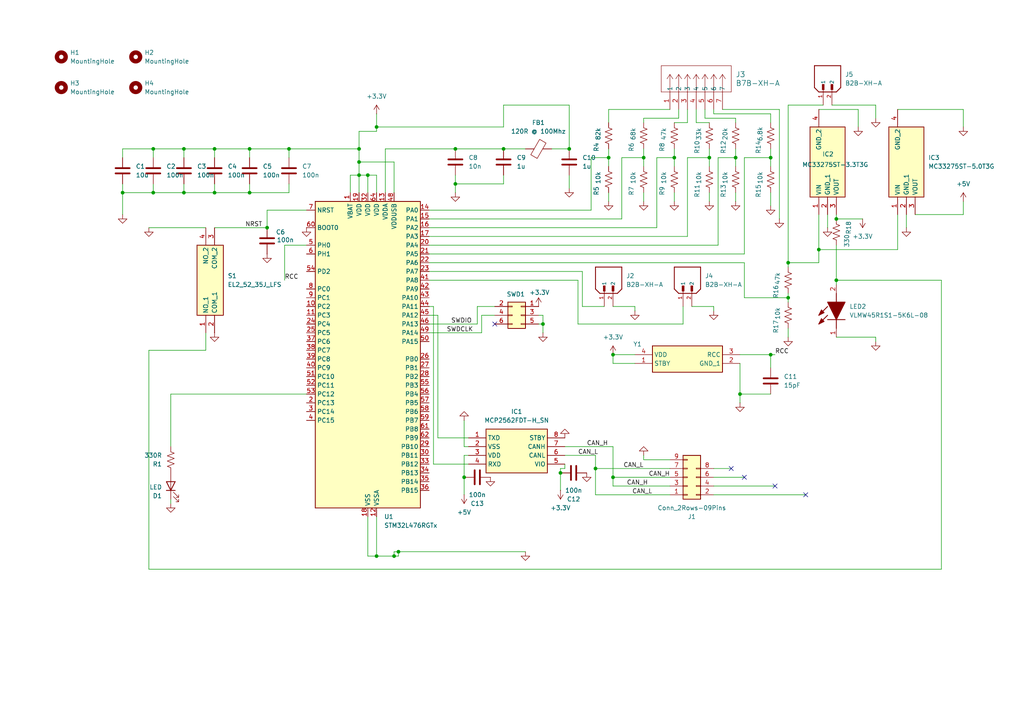
<source format=kicad_sch>
(kicad_sch (version 20231120) (generator "eeschema") (generator_version "8.0")
  (paper "A4")
  (lib_symbols
    (symbol "2025-01-13_21-25-43:B7B-XH-A" (pin_names (offset 0.254))
      (property "Reference" "J" (at 8.89 6.35 0))
      (property "Value" "B7B-XH-A" (at 0 0 0))
      (symbol "B7B-XH-A_1_1"
        (pin unspecified line (at 0 0 0) (length 5.08) (name "1") (number "1"))
        (pin unspecified line (at 0 -2.54 0) (length 5.08) (name "2") (number "2"))
        (pin unspecified line (at 0 -5.08 0) (length 5.08) (name "3") (number "3"))
        (pin unspecified line (at 0 -7.62 0) (length 5.08) (name "4") (number "4"))
        (pin unspecified line (at 0 -10.16 0) (length 5.08) (name "5") (number "5"))
        (pin unspecified line (at 0 -12.7 0) (length 5.08) (name "6") (number "6"))
        (pin unspecified line (at 0 -15.24 0) (length 5.08) (name "7") (number "7"))
      )
      (symbol "B7B-XH-A_1_2"
        (pin unspecified line (at 0 0 0) (length 5.08) (name "1") (number "1"))
        (pin unspecified line (at 0 -2.54 0) (length 5.08) (name "2") (number "2"))
        (pin unspecified line (at 0 -5.08 0) (length 5.08) (name "3") (number "3"))
        (pin unspecified line (at 0 -7.62 0) (length 5.08) (name "4") (number "4"))
        (pin unspecified line (at 0 -10.16 0) (length 5.08) (name "5") (number "5"))
        (pin unspecified line (at 0 -12.7 0) (length 5.08) (name "6") (number "6"))
        (pin unspecified line (at 0 -15.24 0) (length 5.08) (name "7") (number "7"))
      )
    )
    (symbol "B2B-XH-A:B2B-XH-A" (pin_names (offset 1.016))
      (property "Reference" "J" (at -2.54 6.35 0))
      (property "Value" "B2B-XH-A" (at -2.54 -5.08 0))
      (symbol "B2B-XH-A_0_0"
        (pin passive line (at -7.62 2.54 0) (length 5.08) (name "1") (number "1"))
        (pin passive line (at -7.62 0 0) (length 5.08) (name "2") (number "2"))
      )
    )
    (symbol "Connector_Generic:Conn_02x03_Odd_Even" (pin_names (offset 1.016) hide)
      (property "Reference" "J" (at 1.27 5.08 0))
      (property "Value" "Conn_02x03_Odd_Even" (at 1.27 -5.08 0))
      (symbol "Conn_02x03_Odd_Even_1_1"
        (pin passive line (at -5.08 2.54 0) (length 3.81) (name "Pin_1") (number "1"))
        (pin passive line (at 7.62 2.54 180) (length 3.81) (name "Pin_2") (number "2"))
        (pin passive line (at -5.08 0 0) (length 3.81) (name "Pin_3") (number "3"))
        (pin passive line (at 7.62 0 180) (length 3.81) (name "Pin_4") (number "4"))
        (pin passive line (at -5.08 -2.54 0) (length 3.81) (name "Pin_5") (number "5"))
        (pin passive line (at 7.62 -2.54 180) (length 3.81) (name "Pin_6") (number "6"))
      )
    )
    (symbol "Connector_Generic:Conn_2Rows-09Pins" (pin_names (offset 1.016) hide)
      (property "Reference" "J" (at 1.27 7.62 0))
      (property "Value" "Conn_2Rows-09Pins" (at 1.27 -7.62 0))
      (symbol "Conn_2Rows-09Pins_1_1"
        (pin passive line (at -5.08 5.08 0) (length 3.81) (name "Pin_1") (number "1"))
        (pin passive line (at 7.62 5.08 180) (length 3.81) (name "Pin_2") (number "2"))
        (pin passive line (at -5.08 2.54 0) (length 3.81) (name "Pin_3") (number "3"))
        (pin passive line (at 7.62 2.54 180) (length 3.81) (name "Pin_4") (number "4"))
        (pin passive line (at -5.08 0 0) (length 3.81) (name "Pin_5") (number "5"))
        (pin passive line (at 7.62 0 180) (length 3.81) (name "Pin_6") (number "6"))
        (pin passive line (at -5.08 -2.54 0) (length 3.81) (name "Pin_7") (number "7"))
        (pin passive line (at 7.62 -2.54 180) (length 3.81) (name "Pin_8") (number "8"))
        (pin passive line (at -5.08 -5.08 0) (length 3.81) (name "Pin_9") (number "9"))
      )
    )
    (symbol "Device:C" (pin_numbers hide) (pin_names (offset 0.254))
      (property "Reference" "C" (at 0.635 2.54 0))
      (property "Value" "C" (at 0.635 -2.54 0))
      (symbol "C_1_1"
        (pin passive line (at 0 3.81 270) (length 2.794) (name "~") (number "1"))
        (pin passive line (at 0 -3.81 90) (length 2.794) (name "~") (number "2"))
      )
    )
    (symbol "Device:FerriteBead" (pin_numbers hide) (pin_names (offset 0))
      (property "Reference" "FB" (at -3.81 0.635 90))
      (property "Value" "FerriteBead" (at 3.81 0 90))
      (symbol "FerriteBead_1_1"
        (pin passive line (at 0 3.81 270) (length 2.54) (name "~") (number "1"))
        (pin passive line (at 0 -3.81 90) (length 2.54) (name "~") (number "2"))
      )
    )
    (symbol "Device:LED" (pin_numbers hide) (pin_names (offset 1.016) hide)
      (property "Reference" "D" (at 0 2.54 0))
      (property "Value" "LED" (at 0 -2.54 0))
      (symbol "LED_1_1"
        (pin passive line (at -3.81 0 0) (length 2.54) (name "K") (number "1"))
        (pin passive line (at 3.81 0 180) (length 2.54) (name "A") (number "2"))
      )
    )
    (symbol "Device:R_US" (pin_numbers hide) (pin_names (offset 0))
      (property "Reference" "R" (at 2.54 0 90))
      (property "Value" "R_US" (at -2.54 0 90))
      (symbol "R_US_1_1"
        (pin passive line (at 0 3.81 270) (length 1.27) (name "~") (number "1"))
        (pin passive line (at 0 -3.81 90) (length 1.27) (name "~") (number "2"))
      )
    )
    (symbol "MCU_ST_STM32L4:STM32L476RGTx"
      (property "Reference" "U" (at -15.24 46.99 0))
      (property "Value" "STM32L476RGTx" (at 10.16 46.99 0))
      (symbol "STM32L476RGTx_1_1"
        (pin power_in line (at -5.08 48.26 270) (length 2.54) (name "VBAT") (number "1"))
        (pin bidirectional line (at -17.78 15.24 0) (length 2.54) (name "PC2") (number "10"))
        (pin bidirectional line (at -17.78 12.7 0) (length 2.54) (name "PC3") (number "11"))
        (pin power_in line (at 2.54 -45.72 90) (length 2.54) (name "VSSA") (number "12"))
        (pin power_in line (at 5.08 48.26 270) (length 2.54) (name "VDDA") (number "13"))
        (pin bidirectional line (at 17.78 43.18 180) (length 2.54) (name "PA0") (number "14"))
        (pin bidirectional line (at 17.78 40.64 180) (length 2.54) (name "PA1") (number "15"))
        (pin bidirectional line (at 17.78 38.1 180) (length 2.54) (name "PA2") (number "16"))
        (pin bidirectional line (at 17.78 35.56 180) (length 2.54) (name "PA3") (number "17"))
        (pin power_in line (at 0 -45.72 90) (length 2.54) (name "VSS") (number "18"))
        (pin power_in line (at -2.54 48.26 270) (length 2.54) (name "VDD") (number "19"))
        (pin bidirectional line (at -17.78 -12.7 0) (length 2.54) (name "PC13") (number "2"))
        (pin bidirectional line (at 17.78 33.02 180) (length 2.54) (name "PA4") (number "20"))
        (pin bidirectional line (at 17.78 30.48 180) (length 2.54) (name "PA5") (number "21"))
        (pin bidirectional line (at 17.78 27.94 180) (length 2.54) (name "PA6") (number "22"))
        (pin bidirectional line (at 17.78 25.4 180) (length 2.54) (name "PA7") (number "23"))
        (pin bidirectional line (at -17.78 10.16 0) (length 2.54) (name "PC4") (number "24"))
        (pin bidirectional line (at -17.78 7.62 0) (length 2.54) (name "PC5") (number "25"))
        (pin bidirectional line (at 17.78 0 180) (length 2.54) (name "PB0") (number "26"))
        (pin bidirectional line (at 17.78 -2.54 180) (length 2.54) (name "PB1") (number "27"))
        (pin bidirectional line (at 17.78 -5.08 180) (length 2.54) (name "PB2") (number "28"))
        (pin bidirectional line (at 17.78 -25.4 180) (length 2.54) (name "PB10") (number "29"))
        (pin bidirectional line (at -17.78 -15.24 0) (length 2.54) (name "PC14") (number "3"))
        (pin bidirectional line (at 17.78 -27.94 180) (length 2.54) (name "PB11") (number "30"))
        (pin passive line (at 0 -45.72 90) (length 2.54) hide (name "VSS") (number "31"))
        (pin power_in line (at 0 48.26 270) (length 2.54) (name "VDD") (number "32"))
        (pin bidirectional line (at 17.78 -30.48 180) (length 2.54) (name "PB12") (number "33"))
        (pin bidirectional line (at 17.78 -33.02 180) (length 2.54) (name "PB13") (number "34"))
        (pin bidirectional line (at 17.78 -35.56 180) (length 2.54) (name "PB14") (number "35"))
        (pin bidirectional line (at 17.78 -38.1 180) (length 2.54) (name "PB15") (number "36"))
        (pin bidirectional line (at -17.78 5.08 0) (length 2.54) (name "PC6") (number "37"))
        (pin bidirectional line (at -17.78 2.54 0) (length 2.54) (name "PC7") (number "38"))
        (pin bidirectional line (at -17.78 0 0) (length 2.54) (name "PC8") (number "39"))
        (pin bidirectional line (at -17.78 -17.78 0) (length 2.54) (name "PC15") (number "4"))
        (pin bidirectional line (at -17.78 -2.54 0) (length 2.54) (name "PC9") (number "40"))
        (pin bidirectional line (at 17.78 22.86 180) (length 2.54) (name "PA8") (number "41"))
        (pin bidirectional line (at 17.78 20.32 180) (length 2.54) (name "PA9") (number "42"))
        (pin bidirectional line (at 17.78 17.78 180) (length 2.54) (name "PA10") (number "43"))
        (pin bidirectional line (at 17.78 15.24 180) (length 2.54) (name "PA11") (number "44"))
        (pin bidirectional line (at 17.78 12.7 180) (length 2.54) (name "PA12") (number "45"))
        (pin bidirectional line (at 17.78 10.16 180) (length 2.54) (name "PA13") (number "46"))
        (pin passive line (at 0 -45.72 90) (length 2.54) hide (name "VSS") (number "47"))
        (pin power_in line (at 7.62 48.26 270) (length 2.54) (name "VDDUSB") (number "48"))
        (pin bidirectional line (at 17.78 7.62 180) (length 2.54) (name "PA14") (number "49"))
        (pin bidirectional line (at -17.78 33.02 0) (length 2.54) (name "PH0") (number "5"))
        (pin bidirectional line (at 17.78 5.08 180) (length 2.54) (name "PA15") (number "50"))
        (pin bidirectional line (at -17.78 -5.08 0) (length 2.54) (name "PC10") (number "51"))
        (pin bidirectional line (at -17.78 -7.62 0) (length 2.54) (name "PC11") (number "52"))
        (pin bidirectional line (at -17.78 -10.16 0) (length 2.54) (name "PC12") (number "53"))
        (pin bidirectional line (at -17.78 25.4 0) (length 2.54) (name "PD2") (number "54"))
        (pin bidirectional line (at 17.78 -7.62 180) (length 2.54) (name "PB3") (number "55"))
        (pin bidirectional line (at 17.78 -10.16 180) (length 2.54) (name "PB4") (number "56"))
        (pin bidirectional line (at 17.78 -12.7 180) (length 2.54) (name "PB5") (number "57"))
        (pin bidirectional line (at 17.78 -15.24 180) (length 2.54) (name "PB6") (number "58"))
        (pin bidirectional line (at 17.78 -17.78 180) (length 2.54) (name "PB7") (number "59"))
        (pin bidirectional line (at -17.78 30.48 0) (length 2.54) (name "PH1") (number "6"))
        (pin input line (at -17.78 38.1 0) (length 2.54) (name "BOOT0") (number "60"))
        (pin bidirectional line (at 17.78 -20.32 180) (length 2.54) (name "PB8") (number "61"))
        (pin bidirectional line (at 17.78 -22.86 180) (length 2.54) (name "PB9") (number "62"))
        (pin passive line (at 0 -45.72 90) (length 2.54) hide (name "VSS") (number "63"))
        (pin power_in line (at 2.54 48.26 270) (length 2.54) (name "VDD") (number "64"))
        (pin input line (at -17.78 43.18 0) (length 2.54) (name "NRST") (number "7"))
        (pin bidirectional line (at -17.78 20.32 0) (length 2.54) (name "PC0") (number "8"))
        (pin bidirectional line (at -17.78 17.78 0) (length 2.54) (name "PC1") (number "9"))
      )
    )
    (symbol "Mechanical:MountingHole" (pin_names (offset 1.016)) (exclude_from_sim yes) (in_bom no)
      (property "Reference" "H" (at 0 5.08 0))
      (property "Value" "MountingHole" (at 0 3.175 0))
    )
    (symbol "SamacSys_Parts:ABM11-16.000MHz-D2X-T"
      (property "Reference" "Y1" (at 15.24 7.62 0))
      (symbol "ABM11-16.000MHz-D2X-T_1_1"
        (pin passive line (at 0 -2.54 0) (length 5.08) (name "STBY") (number "1"))
        (pin passive line (at 30.48 -2.54 180) (length 5.08) (name "GND_1") (number "2"))
        (pin passive line (at 30.48 0 180) (length 5.08) (name "RCC") (number "3"))
        (pin passive line (at 0 0 0) (length 5.08) (name "VDD") (number "4"))
      )
    )
    (symbol "SamacSys_Parts:EL2_52_35J_LFS"
      (property "Reference" "S" (at 26.67 7.62 0))
      (property "Value" "EL2_52_35J_LFS" (at 26.67 5.08 0))
      (symbol "EL2_52_35J_LFS_1_1"
        (pin passive line (at 0 0 0) (length 5.08) (name "NO_1") (number "1"))
        (pin passive line (at 0 -2.54 0) (length 5.08) (name "COM_1") (number "2"))
        (pin passive line (at 30.48 -2.54 180) (length 5.08) (name "COM_2") (number "3"))
        (pin passive line (at 30.48 0 180) (length 5.08) (name "NO_2") (number "4"))
      )
    )
    (symbol "SamacSys_Parts:MC33275ST-3.3T3G"
      (property "Reference" "IC" (at 26.67 7.62 0))
      (property "Value" "MC33275ST-3.3T3G" (at 26.67 5.08 0))
      (symbol "MC33275ST-3.3T3G_1_1"
        (pin passive line (at 0 0 0) (length 5.08) (name "VIN") (number "1"))
        (pin passive line (at 0 -2.54 0) (length 5.08) (name "GND_1") (number "2"))
        (pin passive line (at 0 -5.08 0) (length 5.08) (name "VOUT") (number "3"))
        (pin passive line (at 30.48 0 180) (length 5.08) (name "GND_2") (number "4"))
      )
    )
    (symbol "SamacSys_Parts:MC33275ST-5.0T3G"
      (property "Reference" "IC" (at 26.67 7.62 0))
      (property "Value" "MC33275ST-5.0T3G" (at 26.67 5.08 0))
      (symbol "MC33275ST-5.0T3G_1_1"
        (pin passive line (at 0 0 0) (length 5.08) (name "VIN") (number "1"))
        (pin passive line (at 0 -2.54 0) (length 5.08) (name "GND_1") (number "2"))
        (pin passive line (at 0 -5.08 0) (length 5.08) (name "VOUT") (number "3"))
        (pin passive line (at 30.48 0 180) (length 5.08) (name "GND_2") (number "4"))
      )
    )
    (symbol "SamacSys_Parts:MCP2562FDT-H_SN"
      (property "Reference" "IC" (at 24.13 7.62 0))
      (property "Value" "MCP2562FDT-H_SN" (at 24.13 5.08 0))
      (symbol "MCP2562FDT-H_SN_1_1"
        (pin passive line (at 0 0 0) (length 5.08) (name "TXD") (number "1"))
        (pin passive line (at 0 -2.54 0) (length 5.08) (name "VSS") (number "2"))
        (pin passive line (at 0 -5.08 0) (length 5.08) (name "VDD") (number "3"))
        (pin passive line (at 0 -7.62 0) (length 5.08) (name "RXD") (number "4"))
        (pin passive line (at 27.94 -7.62 180) (length 5.08) (name "VIO") (number "5"))
        (pin passive line (at 27.94 -5.08 180) (length 5.08) (name "CANL") (number "6"))
        (pin passive line (at 27.94 -2.54 180) (length 5.08) (name "CANH") (number "7"))
        (pin passive line (at 27.94 0 180) (length 5.08) (name "STBY") (number "8"))
      )
    )
    (symbol "SamacSys_Parts:VLMW45R1S1-5K6L-08" (pin_names hide)
      (property "Reference" "LED" (at 12.7 8.89 0))
      (property "Value" "VLMW45R1S1-5K6L-08" (at 12.7 6.35 0))
      (symbol "VLMW45R1S1-5K6L-08_1_1"
        (pin passive line (at 0 0 0) (length 2.54) (name "K") (number "1"))
        (pin passive line (at 15.24 0 180) (length 2.54) (name "A") (number "2"))
      )
    )
    (symbol "VCC_1" (power) (pin_numbers hide) (pin_names (offset 0) hide)
      (property "Value" "VCC" (at 0 3.556 0))
      (symbol "VCC_1_1_1"
        (pin power_in line (at 0 0 90) (length 0) (name "~") (number "1"))
      )
    )
    (symbol "power:+3.3V" (power) (pin_numbers hide) (pin_names (offset 0) hide)
      (property "Value" "+3.3V" (at 0 3.556 0))
      (symbol "+3.3V_1_1"
        (pin power_in line (at 0 0 90) (length 0) (name "~") (number "1"))
      )
    )
    (symbol "power:GND" (power) (pin_numbers hide) (pin_names (offset 0) hide)
      (property "Value" "GND" (at 0 -3.81 0))
      (symbol "GND_1_1"
        (pin power_in line (at 0 0 270) (length 0) (name "~") (number "1"))
      )
    )
  )
  (junction (at 72.39 55.88))
  (junction (at 109.22 161.29))
  (junction (at 132.08 53.34))
  (junction (at 165.1 43.18))
  (junction (at 146.05 43.18))
  (junction (at 172.72 135.89))
  (junction (at 114.3 161.29))
  (junction (at 77.47 66.04))
  (junction (at 134.62 138.43))
  (junction (at 44.45 55.88))
  (junction (at 35.56 55.88))
  (junction (at 214.63 114.3))
  (junction (at 223.52 102.87))
  (junction (at 44.45 43.18))
  (junction (at 104.14 43.18))
  (junction (at 177.8 102.87))
  (junction (at 186.69 45.72))
  (junction (at 62.23 43.18))
  (junction (at 62.23 55.88))
  (junction (at 237.49 72.39))
  (junction (at 213.36 45.72))
  (junction (at 83.82 43.18))
  (junction (at 132.08 43.18))
  (junction (at 176.53 45.72))
  (junction (at 242.57 81.28))
  (junction (at 109.22 36.83))
  (junction (at 205.74 45.72))
  (junction (at 228.6 76.2))
  (junction (at 104.14 50.8))
  (junction (at 195.58 45.72))
  (junction (at 106.68 50.8))
  (junction (at 177.8 138.43))
  (junction (at 53.34 55.88))
  (junction (at 53.34 43.18))
  (junction (at 228.6 86.36))
  (junction (at 162.56 137.16))
  (junction (at 72.39 43.18))
  (junction (at 115.57 160.02))
  (junction (at 104.14 46.99))
  (junction (at 242.57 63.5))
  (junction (at 157.48 93.98))
  (junction (at 223.52 45.72))
  (no_connect (at 224.79 140.97))
  (no_connect (at 143.51 93.98))
  (no_connect (at 215.9 138.43))
  (no_connect (at 212.09 135.89))
  (no_connect (at 233.68 143.51))
  (wire (pts (xy 125.73 88.9) (xy 125.73 134.62)))
  (wire (pts (xy 228.6 86.36) (xy 215.9 86.36)))
  (wire (pts (xy 44.45 43.18) (xy 44.45 45.72)))
  (wire (pts (xy 195.58 45.72) (xy 190.5 45.72)))
  (wire (pts (xy 215.9 45.72) (xy 215.9 73.66)))
  (wire (pts (xy 207.01 31.75) (xy 207.01 33.02)))
  (wire (pts (xy 172.72 143.51) (xy 194.31 143.51)))
  (wire (pts (xy 124.46 66.04) (xy 190.5 66.04)))
  (wire (pts (xy 180.34 45.72) (xy 180.34 63.5)))
  (wire (pts (xy 83.82 43.18) (xy 83.82 45.72)))
  (wire (pts (xy 177.8 140.97) (xy 177.8 138.43)))
  (wire (pts (xy 157.48 91.44) (xy 157.48 93.98)))
  (wire (pts (xy 260.35 31.75) (xy 279.4 31.75)))
  (wire (pts (xy 201.93 31.75) (xy 201.93 35.56)))
  (wire (pts (xy 171.45 60.96) (xy 124.46 60.96)))
  (wire (pts (xy 237.49 72.39) (xy 237.49 76.2)))
  (wire (pts (xy 177.8 138.43) (xy 177.8 129.54)))
  (wire (pts (xy 177.8 140.97) (xy 194.31 140.97)))
  (wire (pts (xy 53.34 43.18) (xy 44.45 43.18)))
  (wire (pts (xy 109.22 33.02) (xy 109.22 36.83)))
  (wire (pts (xy 109.22 50.8) (xy 109.22 55.88)))
  (wire (pts (xy 186.69 43.18) (xy 186.69 45.72)))
  (wire (pts (xy 228.6 85.09) (xy 228.6 86.36)))
  (wire (pts (xy 88.9 71.12) (xy 82.55 71.12)))
  (wire (pts (xy 156.21 91.44) (xy 157.48 91.44)))
  (wire (pts (xy 44.45 55.88) (xy 53.34 55.88)))
  (wire (pts (xy 109.22 36.83) (xy 146.05 36.83)))
  (wire (pts (xy 195.58 43.18) (xy 195.58 45.72)))
  (wire (pts (xy 157.48 93.98) (xy 157.48 96.52)))
  (wire (pts (xy 207.01 143.51) (xy 233.68 143.51)))
  (wire (pts (xy 163.83 134.62) (xy 163.83 135.89)))
  (wire (pts (xy 240.03 62.23) (xy 240.03 66.04)))
  (wire (pts (xy 254 30.48) (xy 254 34.29)))
  (wire (pts (xy 176.53 45.72) (xy 171.45 45.72)))
  (wire (pts (xy 207.01 140.97) (xy 224.79 140.97)))
  (wire (pts (xy 135.89 129.54) (xy 134.62 129.54)))
  (wire (pts (xy 162.56 135.89) (xy 162.56 137.16)))
  (wire (pts (xy 77.47 60.96) (xy 77.47 66.04)))
  (wire (pts (xy 162.56 142.24) (xy 162.56 137.16)))
  (wire (pts (xy 114.3 46.99) (xy 114.3 55.88)))
  (wire (pts (xy 124.46 96.52) (xy 139.7 96.52)))
  (wire (pts (xy 111.76 43.18) (xy 132.08 43.18)))
  (wire (pts (xy 223.52 102.87) (xy 223.52 106.68)))
  (wire (pts (xy 195.58 45.72) (xy 195.58 48.26)))
  (wire (pts (xy 62.23 43.18) (xy 53.34 43.18)))
  (wire (pts (xy 223.52 102.87) (xy 224.79 102.87)))
  (wire (pts (xy 124.46 91.44) (xy 127 91.44)))
  (wire (pts (xy 127 127) (xy 135.89 127)))
  (wire (pts (xy 106.68 50.8) (xy 106.68 55.88)))
  (wire (pts (xy 53.34 43.18) (xy 53.34 45.72)))
  (wire (pts (xy 260.35 62.23) (xy 260.35 72.39)))
  (wire (pts (xy 53.34 55.88) (xy 62.23 55.88)))
  (wire (pts (xy 176.53 45.72) (xy 176.53 48.26)))
  (wire (pts (xy 237.49 62.23) (xy 237.49 72.39)))
  (wire (pts (xy 43.18 66.04) (xy 59.69 66.04)))
  (wire (pts (xy 109.22 161.29) (xy 106.68 161.29)))
  (wire (pts (xy 177.8 88.9) (xy 184.15 88.9)))
  (wire (pts (xy 213.36 43.18) (xy 213.36 45.72)))
  (wire (pts (xy 62.23 66.04) (xy 77.47 66.04)))
  (wire (pts (xy 177.8 105.41) (xy 177.8 102.87)))
  (wire (pts (xy 49.53 114.3) (xy 49.53 129.54)))
  (wire (pts (xy 262.89 62.23) (xy 262.89 66.04)))
  (wire (pts (xy 177.8 102.87) (xy 184.15 102.87)))
  (wire (pts (xy 146.05 30.48) (xy 165.1 30.48)))
  (wire (pts (xy 223.52 45.72) (xy 223.52 48.26)))
  (wire (pts (xy 72.39 53.34) (xy 72.39 55.88)))
  (wire (pts (xy 184.15 88.9) (xy 184.15 90.17)))
  (wire (pts (xy 104.14 50.8) (xy 104.14 55.88)))
  (wire (pts (xy 127 91.44) (xy 127 127)))
  (wire (pts (xy 194.31 133.35) (xy 186.69 133.35)))
  (wire (pts (xy 106.68 161.29) (xy 106.68 149.86)))
  (wire (pts (xy 167.64 93.98) (xy 167.64 81.28)))
  (wire (pts (xy 223.52 33.02) (xy 223.52 35.56)))
  (wire (pts (xy 163.83 129.54) (xy 177.8 129.54)))
  (wire (pts (xy 160.02 43.18) (xy 165.1 43.18)))
  (wire (pts (xy 124.46 73.66) (xy 215.9 73.66)))
  (wire (pts (xy 204.47 34.29) (xy 213.36 34.29)))
  (wire (pts (xy 83.82 43.18) (xy 104.14 43.18)))
  (wire (pts (xy 198.12 88.9) (xy 198.12 93.98)))
  (wire (pts (xy 237.49 72.39) (xy 260.35 72.39)))
  (wire (pts (xy 163.83 135.89) (xy 162.56 135.89)))
  (wire (pts (xy 186.69 55.88) (xy 186.69 58.42)))
  (wire (pts (xy 228.6 30.48) (xy 228.6 76.2)))
  (wire (pts (xy 114.3 161.29) (xy 109.22 161.29)))
  (wire (pts (xy 209.55 31.75) (xy 226.06 31.75)))
  (wire (pts (xy 111.76 43.18) (xy 111.76 55.88)))
  (wire (pts (xy 104.14 50.8) (xy 101.6 50.8)))
  (wire (pts (xy 115.57 160.02) (xy 152.4 160.02)))
  (wire (pts (xy 44.45 53.34) (xy 44.45 55.88)))
  (wire (pts (xy 35.56 53.34) (xy 35.56 55.88)))
  (wire (pts (xy 279.4 58.42) (xy 279.4 62.23)))
  (wire (pts (xy 168.91 78.74) (xy 124.46 78.74)))
  (wire (pts (xy 104.14 43.18) (xy 104.14 46.99)))
  (wire (pts (xy 115.57 161.29) (xy 115.57 160.02)))
  (wire (pts (xy 139.7 96.52) (xy 139.7 91.44)))
  (wire (pts (xy 167.64 81.28) (xy 124.46 81.28)))
  (wire (pts (xy 215.9 86.36) (xy 215.9 76.2)))
  (wire (pts (xy 176.53 31.75) (xy 176.53 35.56)))
  (wire (pts (xy 172.72 143.51) (xy 172.72 135.89)))
  (wire (pts (xy 228.6 76.2) (xy 237.49 76.2)))
  (wire (pts (xy 186.69 45.72) (xy 186.69 48.26)))
  (wire (pts (xy 215.9 76.2) (xy 124.46 76.2)))
  (wire (pts (xy 254 97.79) (xy 254 99.06)))
  (wire (pts (xy 82.55 71.12) (xy 82.55 81.28)))
  (wire (pts (xy 199.39 45.72) (xy 199.39 68.58)))
  (wire (pts (xy 265.43 62.23) (xy 279.4 62.23)))
  (wire (pts (xy 228.6 86.36) (xy 228.6 87.63)))
  (wire (pts (xy 35.56 55.88) (xy 44.45 55.88)))
  (wire (pts (xy 104.14 46.99) (xy 104.14 50.8)))
  (wire (pts (xy 62.23 53.34) (xy 62.23 55.88)))
  (wire (pts (xy 184.15 105.41) (xy 177.8 105.41)))
  (wire (pts (xy 213.36 45.72) (xy 208.28 45.72)))
  (wire (pts (xy 134.62 143.51) (xy 134.62 138.43)))
  (wire (pts (xy 242.57 97.79) (xy 254 97.79)))
  (wire (pts (xy 104.14 38.1) (xy 104.14 43.18)))
  (wire (pts (xy 104.14 50.8) (xy 106.68 50.8)))
  (wire (pts (xy 201.93 35.56) (xy 205.74 35.56)))
  (wire (pts (xy 213.36 45.72) (xy 213.36 48.26)))
  (wire (pts (xy 223.52 43.18) (xy 223.52 45.72)))
  (wire (pts (xy 242.57 71.12) (xy 242.57 81.28)))
  (wire (pts (xy 198.12 93.98) (xy 167.64 93.98)))
  (wire (pts (xy 83.82 55.88) (xy 83.82 53.34)))
  (wire (pts (xy 273.05 81.28) (xy 273.05 165.1)))
  (wire (pts (xy 114.3 161.29) (xy 114.3 160.02)))
  (wire (pts (xy 279.4 31.75) (xy 279.4 36.83)))
  (wire (pts (xy 124.46 71.12) (xy 208.28 71.12)))
  (wire (pts (xy 172.72 135.89) (xy 194.31 135.89)))
  (wire (pts (xy 207.01 88.9) (xy 207.01 90.17)))
  (wire (pts (xy 43.18 101.6) (xy 59.69 101.6)))
  (wire (pts (xy 44.45 43.18) (xy 35.56 43.18)))
  (wire (pts (xy 200.66 88.9) (xy 207.01 88.9)))
  (wire (pts (xy 146.05 36.83) (xy 146.05 30.48)))
  (wire (pts (xy 77.47 60.96) (xy 88.9 60.96)))
  (wire (pts (xy 124.46 63.5) (xy 180.34 63.5)))
  (wire (pts (xy 226.06 31.75) (xy 226.06 63.5)))
  (wire (pts (xy 204.47 31.75) (xy 204.47 34.29)))
  (wire (pts (xy 199.39 31.75) (xy 199.39 35.56)))
  (wire (pts (xy 124.46 93.98) (xy 138.43 93.98)))
  (wire (pts (xy 114.3 160.02) (xy 115.57 160.02)))
  (wire (pts (xy 242.57 62.23) (xy 242.57 63.5)))
  (wire (pts (xy 207.01 135.89) (xy 212.09 135.89)))
  (wire (pts (xy 109.22 149.86) (xy 109.22 161.29)))
  (wire (pts (xy 59.69 96.52) (xy 59.69 101.6)))
  (wire (pts (xy 214.63 102.87) (xy 223.52 102.87)))
  (wire (pts (xy 195.58 55.88) (xy 195.58 58.42)))
  (wire (pts (xy 35.56 43.18) (xy 35.56 45.72)))
  (wire (pts (xy 214.63 116.84) (xy 214.63 114.3)))
  (wire (pts (xy 138.43 93.98) (xy 138.43 88.9)))
  (wire (pts (xy 175.26 88.9) (xy 168.91 88.9)))
  (wire (pts (xy 146.05 50.8) (xy 146.05 53.34)))
  (wire (pts (xy 186.69 45.72) (xy 180.34 45.72)))
  (wire (pts (xy 72.39 55.88) (xy 83.82 55.88)))
  (wire (pts (xy 196.85 31.75) (xy 196.85 34.29)))
  (wire (pts (xy 104.14 46.99) (xy 114.3 46.99)))
  (wire (pts (xy 88.9 114.3) (xy 49.53 114.3)))
  (wire (pts (xy 213.36 55.88) (xy 213.36 58.42)))
  (wire (pts (xy 35.56 55.88) (xy 35.56 62.23)))
  (wire (pts (xy 205.74 45.72) (xy 199.39 45.72)))
  (wire (pts (xy 196.85 34.29) (xy 186.69 34.29)))
  (wire (pts (xy 132.08 53.34) (xy 132.08 55.88)))
  (wire (pts (xy 101.6 50.8) (xy 101.6 55.88)))
  (wire (pts (xy 205.74 45.72) (xy 205.74 48.26)))
  (wire (pts (xy 194.31 31.75) (xy 176.53 31.75)))
  (wire (pts (xy 49.53 144.78) (xy 49.53 146.05)))
  (wire (pts (xy 124.46 68.58) (xy 199.39 68.58)))
  (wire (pts (xy 125.73 134.62) (xy 135.89 134.62)))
  (wire (pts (xy 176.53 55.88) (xy 176.53 58.42)))
  (wire (pts (xy 242.57 63.5) (xy 250.19 63.5)))
  (wire (pts (xy 186.69 133.35) (xy 186.69 132.08)))
  (wire (pts (xy 171.45 45.72) (xy 171.45 60.96)))
  (wire (pts (xy 208.28 45.72) (xy 208.28 71.12)))
  (wire (pts (xy 273.05 165.1) (xy 43.18 165.1)))
  (wire (pts (xy 241.3 30.48) (xy 254 30.48)))
  (wire (pts (xy 168.91 88.9) (xy 168.91 78.74)))
  (wire (pts (xy 138.43 88.9) (xy 143.51 88.9)))
  (wire (pts (xy 207.01 138.43) (xy 215.9 138.43)))
  (wire (pts (xy 172.72 135.89) (xy 172.72 132.08)))
  (wire (pts (xy 132.08 50.8) (xy 132.08 53.34)))
  (wire (pts (xy 186.69 34.29) (xy 186.69 35.56)))
  (wire (pts (xy 156.21 93.98) (xy 157.48 93.98)))
  (wire (pts (xy 228.6 95.25) (xy 228.6 97.79)))
  (wire (pts (xy 72.39 43.18) (xy 62.23 43.18)))
  (wire (pts (xy 62.23 55.88) (xy 72.39 55.88)))
  (wire (pts (xy 134.62 138.43) (xy 134.62 132.08)))
  (wire (pts (xy 205.74 55.88) (xy 205.74 58.42)))
  (wire (pts (xy 242.57 81.28) (xy 273.05 81.28)))
  (wire (pts (xy 207.01 33.02) (xy 223.52 33.02)))
  (wire (pts (xy 190.5 45.72) (xy 190.5 66.04)))
  (wire (pts (xy 163.83 132.08) (xy 172.72 132.08)))
  (wire (pts (xy 242.57 81.28) (xy 242.57 82.55)))
  (wire (pts (xy 72.39 43.18) (xy 72.39 45.72)))
  (wire (pts (xy 134.62 132.08) (xy 135.89 132.08)))
  (wire (pts (xy 238.76 30.48) (xy 228.6 30.48)))
  (wire (pts (xy 214.63 114.3) (xy 223.52 114.3)))
  (wire (pts (xy 114.3 161.29) (xy 115.57 161.29)))
  (wire (pts (xy 134.62 129.54) (xy 134.62 121.92)))
  (wire (pts (xy 165.1 50.8) (xy 165.1 54.61)))
  (wire (pts (xy 223.52 45.72) (xy 215.9 45.72)))
  (wire (pts (xy 214.63 114.3) (xy 214.63 105.41)))
  (wire (pts (xy 228.6 77.47) (xy 228.6 76.2)))
  (wire (pts (xy 165.1 30.48) (xy 165.1 43.18)))
  (wire (pts (xy 124.46 88.9) (xy 125.73 88.9)))
  (wire (pts (xy 106.68 50.8) (xy 109.22 50.8)))
  (wire (pts (xy 146.05 53.34) (xy 132.08 53.34)))
  (wire (pts (xy 176.53 43.18) (xy 176.53 45.72)))
  (wire (pts (xy 146.05 43.18) (xy 152.4 43.18)))
  (wire (pts (xy 248.92 31.75) (xy 248.92 36.83)))
  (wire (pts (xy 223.52 55.88) (xy 223.52 59.69)))
  (wire (pts (xy 132.08 43.18) (xy 146.05 43.18)))
  (wire (pts (xy 53.34 53.34) (xy 53.34 55.88)))
  (wire (pts (xy 199.39 35.56) (xy 195.58 35.56)))
  (wire (pts (xy 237.49 31.75) (xy 248.92 31.75)))
  (wire (pts (xy 83.82 43.18) (xy 72.39 43.18)))
  (wire (pts (xy 213.36 34.29) (xy 213.36 35.56)))
  (wire (pts (xy 109.22 38.1) (xy 104.14 38.1)))
  (wire (pts (xy 177.8 138.43) (xy 194.31 138.43)))
  (wire (pts (xy 139.7 91.44) (xy 143.51 91.44)))
  (wire (pts (xy 205.74 43.18) (xy 205.74 45.72)))
  (wire (pts (xy 109.22 36.83) (xy 109.22 38.1)))
  (wire (pts (xy 43.18 165.1) (xy 43.18 101.6)))
  (wire (pts (xy 62.23 43.18) (xy 62.23 45.72)))
  (label "RCC" (at 224.79 102.87 0))
  (label "CAN_H" (at 194.31 138.43 180))
  (label "SWDIO" (at 130.81 93.98 0))
  (label "CAN_L" (at 186.69 135.89 180))
  (label "RCC" (at 82.55 81.28 0))
  (label "CAN_L" (at 167.64 132.08 0))
  (label "NRST" (at 71.12 66.04 0))
  (label "CAN_H" (at 170.18 129.54 0))
  (label "CAN_L" (at 189.23 143.51 180))
  (label "SWDCLK" (at 129.54 96.52 0))
  (label "CAN_H" (at 187.96 140.97 180))
  (symbol (lib_id "power:+3.3V") (at 109.22 33.02 0) (unit 1)
    (property "Reference" "#PWR012" (effects (hide yes)))
    (property "Value" "+3.3V" (at 109.22 27.94 0))
    (property "Description" "Power symbol creates a global label with name \"+3.3V\"" (effects (hide yes)))
  )
  (symbol (lib_id "power:GND") (at 163.83 127 0) (mirror x) (unit 1)
    (property "Reference" "#PWR019" (effects (hide yes)))
    (property "Value" "GND" (effects (hide yes)))
    (property "Description" "Power symbol creates a global label with name \"GND\" , ground" (effects (hide yes)))
  )
  (symbol (lib_id "Device:C") (at 146.05 46.99 0) (unit 1)
    (property "Reference" "C9" (at 149.86 45.7199 0) (effects (justify left)))
    (property "Value" "1u" (at 149.86 48.2599 0) (effects (justify left)))
    (property "Footprint" "SamacSys_Parts:CAPC1005X55N" (effects (hide yes)))
    (property "Description" "Unpolarized capacitor" (effects (hide yes)))
  )
  (symbol (lib_id "power:+3.3V") (at 156.21 88.9 0) (unit 1)
    (property "Reference" "#PWR017" (effects (hide yes)))
    (property "Value" "+3.3V" (at 156.464 84.836 0))
    (property "Description" "Power symbol creates a global label with name \"+3.3V\"" (effects (hide yes)))
  )
  (symbol (lib_id "SamacSys_Parts:MC33275ST-3.3T3G") (at 237.49 62.23 90) (unit 1)
    (property "Reference" "IC2" (at 238.506 44.704 90) (effects (justify right)))
    (property "Value" "MC33275ST-3.3T3G" (at 232.664 47.752 90) (effects (justify right)))
    (property "Footprint" "SamacSys_Parts:SOT230P700X180-4N" (effects (hide yes)))
    (property "Datasheet" "http://www.onsemi.com/pub/Collateral/MC33275-D.PDF" (effects (hide yes)))
    (property "Description" "LDO Regulator 3.3V 1% 300mA SOT223 ON Semiconductor MC33275ST-3.3T3G, LDO Voltage Regulator, 300mA, 3.3 V, Maximum of 13 Vin, 3 + Tab-Pin SOT-223" (effects (hide yes)))
    (property "Height" "1.75" (effects (hide yes)))
    (property "Mouser Part Number" "863-MC33275ST-3.3T3G" (effects (hide yes)))
    (property "Mouser Price/Stock" "https://www.mouser.co.uk/ProductDetail/onsemi/MC33275ST-3.3T3G?qs=dFKnUM%2FquJbQYa4LZ%2FVbxA%3D%3D" (effects (hide yes)))
    (property "Manufacturer_Name" "onsemi" (effects (hide yes)))
    (property "Manufacturer_Part_Number" "MC33275ST-3.3T3G" (effects (hide yes)))
  )
  (symbol (lib_id "power:GND") (at 262.89 66.04 0) (unit 1)
    (property "Reference" "#PWR040" (effects (hide yes)))
    (property "Value" "GND" (effects (hide yes)))
    (property "Description" "Power symbol creates a global label with name \"GND\" , ground" (effects (hide yes)))
  )
  (symbol (lib_id "power:GND") (at 77.47 73.66 0) (unit 1)
    (property "Reference" "#PWR09" (effects (hide yes)))
    (property "Value" "GND" (effects (hide yes)))
    (property "Description" "Power symbol creates a global label with name \"GND\" , ground" (effects (hide yes)))
  )
  (symbol (lib_id "power:GND") (at 214.63 116.84 0) (unit 1)
    (property "Reference" "#PWR023" (effects (hide yes)))
    (property "Value" "GND" (effects (hide yes)))
    (property "Description" "Power symbol creates a global label with name \"GND\" , ground" (effects (hide yes)))
  )
  (symbol (lib_id "Device:R_US") (at 205.74 52.07 180) (unit 1)
    (property "Reference" "R11" (at 202.184 55.372 90))
    (property "Value" "10k" (at 202.692 51.562 90))
    (property "Footprint" "SamacSys_Parts:RESC1005X45N" (effects (hide yes)))
    (property "Description" "Resistor, US symbol" (effects (hide yes)))
  )
  (symbol (lib_id "Device:LED") (at 49.53 140.97 90) (unit 1)
    (property "Reference" "D1" (at 46.99 143.8276 90) (effects (justify left)))
    (property "Value" "LED" (at 46.99 141.2876 90) (effects (justify left)))
    (property "Footprint" "SamacSys_Parts:LEDM3528X185N" (effects (hide yes)))
    (property "Description" "Light emitting diode" (effects (hide yes)))
  )
  (symbol (lib_id "power:GND") (at 142.24 138.43 0) (unit 1)
    (property "Reference" "#PWR011" (effects (hide yes)))
    (property "Value" "GND" (effects (hide yes)))
    (property "Description" "Power symbol creates a global label with name \"GND\" , ground" (effects (hide yes)))
  )
  (symbol (lib_id "power:GND") (at 88.9 66.04 0) (unit 1)
    (property "Reference" "#PWR010" (effects (hide yes)))
    (property "Value" "GND" (effects (hide yes)))
    (property "Description" "Power symbol creates a global label with name \"GND\" , ground" (effects (hide yes)))
  )
  (symbol (lib_name "VCC_1") (lib_id "power:VCC") (at 279.4 58.42 0) (unit 1)
    (property "Reference" "#PWR042" (effects (hide yes)))
    (property "Value" "+5V" (at 279.4 53.34 0))
  )
  (symbol (lib_id "Device:R_US") (at 228.6 81.28 180) (unit 1)
    (property "Reference" "R16" (at 225.044 84.582 90))
    (property "Value" "47k" (at 225.552 80.772 90))
    (property "Footprint" "SamacSys_Parts:RESC2012X60N" (effects (hide yes)))
    (property "Description" "Resistor, US symbol" (effects (hide yes)))
  )
  (symbol (lib_id "Device:FerriteBead") (at 156.21 43.18 90) (unit 1)
    (property "Reference" "FB1" (at 156.1592 35.56 90))
    (property "Value" "120R @ 100Mhz" (at 156.1592 38.1 90))
    (property "Footprint" "SamacSys_Parts:BLM21AG102BH1J" (effects (hide yes)))
    (property "Description" "Ferrite bead" (effects (hide yes)))
  )
  (symbol (lib_id "power:GND") (at 207.01 90.17 0) (unit 1)
    (property "Reference" "#PWR030" (effects (hide yes)))
    (property "Value" "GND" (effects (hide yes)))
    (property "Description" "Power symbol creates a global label with name \"GND\" , ground" (effects (hide yes)))
  )
  (symbol (lib_id "Mechanical:MountingHole") (at 17.78 25.4 0) (unit 1) (exclude_from_sim yes) (in_bom no)
    (property "Reference" "H3" (at 20.32 24.1299 0) (effects (justify left)))
    (property "Value" "MountingHole" (at 20.32 26.6699 0) (effects (justify left)))
    (property "Footprint" "MountingHole:MountingHole_3.2mm_M3" (effects (hide yes)))
    (property "Description" "Mounting Hole without connection" (effects (hide yes)))
  )
  (symbol (lib_id "power:+3.3V") (at 162.56 142.24 0) (mirror x) (unit 1)
    (property "Reference" "#PWR03" (effects (hide yes)))
    (property "Value" "+3.3V" (at 162.56 147.32 0))
    (property "Description" "Power symbol creates a global label with name \"+3.3V\"" (effects (hide yes)))
  )
  (symbol (lib_id "Mechanical:MountingHole") (at 39.37 16.51 0) (unit 1) (exclude_from_sim yes) (in_bom no)
    (property "Reference" "H2" (at 41.91 15.2399 0) (effects (justify left)))
    (property "Value" "MountingHole" (at 41.91 17.7799 0) (effects (justify left)))
    (property "Footprint" "MountingHole:MountingHole_3.2mm_M3" (effects (hide yes)))
    (property "Description" "Mounting Hole without connection" (effects (hide yes)))
  )
  (symbol (lib_id "power:GND") (at 254 99.06 0) (unit 1)
    (property "Reference" "#PWR039" (effects (hide yes)))
    (property "Value" "GND" (effects (hide yes)))
    (property "Description" "Power symbol creates a global label with name \"GND\" , ground" (effects (hide yes)))
  )
  (symbol (lib_id "Device:R_US") (at 176.53 39.37 180) (unit 1)
    (property "Reference" "R4" (at 172.974 42.672 90))
    (property "Value" "82k" (at 173.482 38.862 90))
    (property "Footprint" "SamacSys_Parts:RESC2012X70N" (effects (hide yes)))
    (property "Description" "Resistor, US symbol" (effects (hide yes)))
  )
  (symbol (lib_id "Device:C") (at 83.82 49.53 0) (unit 1)
    (property "Reference" "C7" (at 87.63 48.2599 0) (effects (justify left)))
    (property "Value" "100n" (at 87.63 50.7999 0) (effects (justify left)))
    (property "Footprint" "SamacSys_Parts:CAPC2012X94N" (effects (hide yes)))
    (property "Description" "Unpolarized capacitor" (effects (hide yes)))
    (property "Sim.Device" "C" (effects (hide yes)))
    (property "Sim.Pins" "1=+ 2=-" (effects (hide yes)))
  )
  (symbol (lib_id "power:+3.3V") (at 134.62 143.51 180) (unit 1)
    (property "Reference" "#PWR05" (effects (hide yes)))
    (property "Value" "+5V" (at 134.62 148.59 0))
    (property "Description" "Power symbol creates a global label with name \"+3.3V\"" (effects (hide yes)))
  )
  (symbol (lib_id "Device:R_US") (at 195.58 39.37 180) (unit 1)
    (property "Reference" "R8" (at 192.024 42.672 90))
    (property "Value" "47k" (at 192.532 38.862 90))
    (property "Footprint" "SamacSys_Parts:ERA3AEB101V" (effects (hide yes)))
    (property "Description" "Resistor, US symbol" (effects (hide yes)))
  )
  (symbol (lib_id "power:GND") (at 279.4 36.83 0) (unit 1)
    (property "Reference" "#PWR041" (effects (hide yes)))
    (property "Value" "GND" (effects (hide yes)))
    (property "Description" "Power symbol creates a global label with name \"GND\" , ground" (effects (hide yes)))
  )
  (symbol (lib_id "power:GND") (at 176.53 58.42 0) (unit 1)
    (property "Reference" "#PWR025" (effects (hide yes)))
    (property "Value" "GND" (effects (hide yes)))
    (property "Description" "Power symbol creates a global label with name \"GND\" , ground" (effects (hide yes)))
  )
  (symbol (lib_id "power:GND") (at 134.62 121.92 0) (mirror x) (unit 1)
    (property "Reference" "#PWR015" (effects (hide yes)))
    (property "Value" "GND" (effects (hide yes)))
    (property "Description" "Power symbol creates a global label with name \"GND\" , ground" (effects (hide yes)))
  )
  (symbol (lib_id "2025-01-13_21-25-43:B7B-XH-A") (at 194.31 31.75 90) (unit 1)
    (property "Reference" "J3" (at 213.36 21.5899 90) (effects (font (size 1.524 1.524)) (justify right)))
    (property "Value" "B7B-XH-A" (at 213.36 24.1299 90) (effects (font (size 1.524 1.524)) (justify right)))
    (property "Footprint" "SamacSys_Parts:CONN_B7B-XH-A_JST" (effects (hide yes)))
    (property "Datasheet" "B7B-XH-A" (effects (hide yes)))
  )
  (symbol (lib_id "power:GND") (at 223.52 59.69 0) (unit 1)
    (property "Reference" "#PWR032" (effects (hide yes)))
    (property "Value" "GND" (effects (hide yes)))
    (property "Description" "Power symbol creates a global label with name \"GND\" , ground" (effects (hide yes)))
  )
  (symbol (lib_id "power:+3.3V") (at 177.8 102.87 0) (unit 1)
    (property "Reference" "#PWR022" (effects (hide yes)))
    (property "Value" "+3.3V" (at 177.8 97.79 0))
    (property "Description" "Power symbol creates a global label with name \"+3.3V\"" (effects (hide yes)))
  )
  (symbol (lib_id "Device:C") (at 77.47 69.85 0) (unit 1)
    (property "Reference" "C6" (at 80.01 67.31 0) (effects (justify left)))
    (property "Value" "100n" (at 80.264 69.596 0) (effects (justify left)))
    (property "Footprint" "SamacSys_Parts:CAPC2012X94N" (effects (hide yes)))
    (property "Description" "Unpolarized capacitor" (effects (hide yes)))
  )
  (symbol (lib_id "MCU_ST_STM32L4:STM32L476RGTx") (at 106.68 104.14 0) (unit 1)
    (property "Reference" "U1" (at 111.4141 149.86 0) (effects (justify left)))
    (property "Value" "STM32L476RGTx" (at 111.4141 152.4 0) (effects (justify left)))
    (property "Footprint" "Package_QFP:LQFP-64_10x10mm_P0.5mm" (effects (hide yes)))
    (property "Datasheet" "https://www.st.com/resource/en/datasheet/stm32l476rg.pdf" (effects (hide yes)))
    (property "Description" "STMicroelectronics Arm Cortex-M4 MCU, 1024KB flash, 128KB RAM, 80 MHz, 1.71-3.6V, 51 GPIO, LQFP64" (effects (hide yes)))
  )
  (symbol (lib_id "power:GND") (at 226.06 63.5 0) (unit 1)
    (property "Reference" "#PWR033" (effects (hide yes)))
    (property "Value" "GND" (effects (hide yes)))
    (property "Description" "Power symbol creates a global label with name \"GND\" , ground" (effects (hide yes)))
  )
  (symbol (lib_id "power:GND") (at 165.1 54.61 0) (unit 1)
    (property "Reference" "#PWR021" (effects (hide yes)))
    (property "Value" "GND" (effects (hide yes)))
    (property "Description" "Power symbol creates a global label with name \"GND\" , ground" (effects (hide yes)))
  )
  (symbol (lib_id "Device:R_US") (at 176.53 52.07 180) (unit 1)
    (property "Reference" "R5" (at 172.974 55.372 90))
    (property "Value" "10k" (at 173.482 51.562 90))
    (property "Footprint" "SamacSys_Parts:RESC1005X45N" (effects (hide yes)))
    (property "Description" "Resistor, US symbol" (effects (hide yes)))
  )
  (symbol (lib_id "Device:R_US") (at 205.74 39.37 180) (unit 1)
    (property "Reference" "R10" (at 202.184 42.672 90))
    (property "Value" "33k" (at 202.692 38.862 90))
    (property "Footprint" "SamacSys_Parts:RESC6432X65N" (effects (hide yes)))
    (property "Description" "Resistor, US symbol" (effects (hide yes)))
  )
  (symbol (lib_id "power:GND") (at 132.08 55.88 0) (unit 1)
    (property "Reference" "#PWR014" (effects (hide yes)))
    (property "Value" "GND" (effects (hide yes)))
    (property "Description" "Power symbol creates a global label with name \"GND\" , ground" (effects (hide yes)))
  )
  (symbol (lib_id "B2B-XH-A:B2B-XH-A") (at 241.3 22.86 90) (unit 1)
    (property "Reference" "J5" (at 245.11 21.5899 90) (effects (justify right)))
    (property "Value" "B2B-XH-A" (at 245.11 24.1299 90) (effects (justify right)))
    (property "Footprint" "SamacSys_Parts:JST_B2B-XH-A" (effects (hide yes)))
    (property "PARTREV" "N/A" (effects (hide yes)))
    (property "STANDARD" "Manufacturer Recommendations" (effects (hide yes)))
    (property "MAXIMUM_PACKAGE_HEIGHT" "7 mm" (effects (hide yes)))
    (property "MANUFACTURER" "JST Sales America Inc." (effects (hide yes)))
  )
  (symbol (lib_id "power:GND") (at 184.15 90.17 0) (unit 1)
    (property "Reference" "#PWR026" (effects (hide yes)))
    (property "Value" "GND" (effects (hide yes)))
    (property "Description" "Power symbol creates a global label with name \"GND\" , ground" (effects (hide yes)))
  )
  (symbol (lib_id "SamacSys_Parts:MC33275ST-5.0T3G") (at 260.35 62.23 90) (unit 1)
    (property "Reference" "IC3" (at 269.24 45.7199 90) (effects (justify right)))
    (property "Value" "MC33275ST-5.0T3G" (at 269.24 48.2599 90) (effects (justify right)))
    (property "Footprint" "SamacSys_Parts:SOT230P700X180-4N5v" (effects (hide yes)))
    (property "Datasheet" "http://www.onsemi.com/pub/Collateral/MC33275-D.PDF" (effects (hide yes)))
    (property "Description" "ON SEMICONDUCTOR - MC33275ST-5.0T3G - Fixed LDO Voltage Regulator, 6V to 13V, 260mV Dropout, 5Vout, 300mAout, SOT-223-3" (effects (hide yes)))
    (property "Height" "1.75" (effects (hide yes)))
    (property "Mouser Part Number" "863-MC33275ST-5.0T3G" (effects (hide yes)))
    (property "Mouser Price/Stock" "https://www.mouser.co.uk/ProductDetail/onsemi/MC33275ST-50T3G?qs=dFKnUM%2FquJaOmTNxirA3iA%3D%3D" (effects (hide yes)))
    (property "Manufacturer_Name" "onsemi" (effects (hide yes)))
    (property "Manufacturer_Part_Number" "MC33275ST-5.0T3G" (effects (hide yes)))
  )
  (symbol (lib_id "SamacSys_Parts:ABM11-16.000MHz-D2X-T") (at 184.15 102.87 0) (unit 1)
    (property "Reference" "Y1" (at 184.912 99.822 0))
    (property "Value" "ABM11-16.000MHz-D2X-T" (effects (hide yes)))
    (property "Footprint" "SamacSys_Parts:830208214709" (effects (hide yes)))
    (property "Datasheet" "https://abracon.com/Resonators/ABM11.pdf" (effects (hide yes)))
    (property "Description" "MEMS OSC XO 200.0000MHZ LVDS SMD" (effects (hide yes)))
    (property "Height" "0.59" (effects (hide yes)))
    (property "Manufacturer_Name" "ABRACON" (effects (hide yes)))
    (property "Manufacturer_Part_Number" "ABM11-16.000MHz-D2X-T" (effects (hide yes)))
    (property "Mouser Part Number" "815-BM1116000MHZD2XT" (effects (hide yes)))
    (property "Mouser Price/Stock" "https://www.mouser.co.uk/ProductDetail/ABRACON/ABM11-16.000MHZ-D2X-T?qs=vLWxofP3U2xTE65XnII5Fw%3D%3D" (effects (hide yes)))
  )
  (symbol (lib_id "power:GND") (at 254 34.29 0) (unit 1)
    (property "Reference" "#PWR038" (effects (hide yes)))
    (property "Value" "GND" (effects (hide yes)))
    (property "Description" "Power symbol creates a global label with name \"GND\" , ground" (effects (hide yes)))
  )
  (symbol (lib_id "power:GND") (at 186.69 132.08 180) (unit 1)
    (property "Reference" "#PWR01" (effects (hide yes)))
    (property "Value" "GND" (effects (hide yes)))
    (property "Description" "Power symbol creates a global label with name \"GND\" , ground" (effects (hide yes)))
  )
  (symbol (lib_id "Device:C") (at 166.37 137.16 90) (mirror x) (unit 1)
    (property "Reference" "C12" (at 166.37 144.78 90))
    (property "Value" "100n" (at 166.37 142.24 90))
    (property "Footprint" "SamacSys_Parts:CAPC2012X94N" (effects (hide yes)))
    (property "Description" "Unpolarized capacitor" (effects (hide yes)))
    (property "Sim.Device" "C" (effects (hide yes)))
    (property "Sim.Pins" "1=+ 2=-" (effects (hide yes)))
  )
  (symbol (lib_id "Device:R_US") (at 186.69 52.07 180) (unit 1)
    (property "Reference" "R7" (at 183.134 55.372 90))
    (property "Value" "10k" (at 183.642 51.562 90))
    (property "Footprint" "SamacSys_Parts:RESC1005X45N" (effects (hide yes)))
    (property "Description" "Resistor, US symbol" (effects (hide yes)))
  )
  (symbol (lib_id "Device:R_US") (at 195.58 52.07 180) (unit 1)
    (property "Reference" "R9" (at 192.024 55.372 90))
    (property "Value" "10k" (at 192.532 51.562 90))
    (property "Footprint" "SamacSys_Parts:RESC1005X45N" (effects (hide yes)))
    (property "Description" "Resistor, US symbol" (effects (hide yes)))
  )
  (symbol (lib_id "SamacSys_Parts:MCP2562FDT-H_SN") (at 135.89 127 0) (unit 1)
    (property "Reference" "IC1" (at 149.86 119.38 0))
    (property "Value" "MCP2562FDT-H_SN" (at 149.86 121.92 0))
    (property "Footprint" "SamacSys_Parts:SOIC127P600X175-8N" (effects (hide yes)))
    (property "Datasheet" "http://www.microchip.com/mymicrochip/filehandler.aspx?ddocname=en568915" (effects (hide yes)))
    (property "Description" "CAN Interface IC CAN Flexible Data Rate Transceiver" (effects (hide yes)))
    (property "Height" "1.75" (effects (hide yes)))
    (property "Manufacturer_Name" "Microchip" (effects (hide yes)))
    (property "Manufacturer_Part_Number" "MCP2562FDT-H/SN" (effects (hide yes)))
    (property "Mouser Part Number" "579-MCP2562FDT-H/SN" (effects (hide yes)))
    (property "Mouser Price/Stock" "https://www.mouser.co.uk/ProductDetail/Microchip-Technology/MCP2562FDT-H-SN?qs=YlpJWyuQ3PMXmsmdO4TKrg%3D%3D" (effects (hide yes)))
    (property "Arrow Part Number" "MCP2562FDT-H/SN" (effects (hide yes)))
    (property "Arrow Price/Stock" "https://www.arrow.com/en/products/mcp2562fdt-hsn/microchip-technology?utm_currency=USD&region=nac" (effects (hide yes)))
  )
  (symbol (lib_id "power:GND") (at 170.18 137.16 0) (mirror y) (unit 1)
    (property "Reference" "#PWR04" (effects (hide yes)))
    (property "Value" "GND" (effects (hide yes)))
    (property "Description" "Power symbol creates a global label with name \"GND\" , ground" (effects (hide yes)))
  )
  (symbol (lib_id "power:GND") (at 157.48 96.52 0) (unit 1)
    (property "Reference" "#PWR018" (effects (hide yes)))
    (property "Value" "GND" (effects (hide yes)))
    (property "Description" "Power symbol creates a global label with name \"GND\" , ground" (effects (hide yes)))
  )
  (symbol (lib_id "Device:C") (at 53.34 49.53 0) (unit 1)
    (property "Reference" "C3" (at 57.15 48.2599 0) (effects (justify left)))
    (property "Value" "100n" (at 57.15 50.7999 0) (effects (justify left)))
    (property "Footprint" "SamacSys_Parts:CAPC2012X94N" (effects (hide yes)))
    (property "Description" "Unpolarized capacitor" (effects (hide yes)))
  )
  (symbol (lib_id "SamacSys_Parts:EL2_52_35J_LFS") (at 59.69 96.52 90) (unit 1)
    (property "Reference" "S1" (at 66.04 80.0099 90) (effects (justify right)))
    (property "Value" "EL2_52_35J_LFS" (at 66.04 82.5499 90) (effects (justify right)))
    (property "Footprint" "SamacSys_Parts:EL25235JLFS" (effects (hide yes)))
    (property "Datasheet" "https://www.ckswitches.com/media/3758/el2.pdf" (effects (hide yes)))
    (property "Description" "6.2 x 6.2mm Basic Tactile Switch for SMT, 3.5N" (effects (hide yes)))
    (property "Height" "5.4" (effects (hide yes)))
    (property "Manufacturer_Name" "LITTELFUSE" (effects (hide yes)))
    (property "Manufacturer_Part_Number" "EL2 52 35J LFS" (effects (hide yes)))
  )
  (symbol (lib_id "Device:C") (at 165.1 46.99 0) (unit 1)
    (property "Reference" "C10" (at 168.91 45.7199 0) (effects (justify left)))
    (property "Value" "1u" (at 168.91 48.2599 0) (effects (justify left)))
    (property "Footprint" "SamacSys_Parts:CAPC1005X55N" (effects (hide yes)))
    (property "Description" "Unpolarized capacitor" (effects (hide yes)))
  )
  (symbol (lib_id "Device:R_US") (at 223.52 39.37 180) (unit 1)
    (property "Reference" "R14" (at 219.964 42.672 90))
    (property "Value" "6.8k" (at 220.472 38.862 90))
    (property "Footprint" "SamacSys_Parts:RESC2012X60N6.8K" (effects (hide yes)))
    (property "Description" "Resistor, US symbol" (effects (hide yes)))
  )
  (symbol (lib_id "power:GND") (at 248.92 36.83 0) (unit 1)
    (property "Reference" "#PWR037" (effects (hide yes)))
    (property "Value" "GND" (effects (hide yes)))
    (property "Description" "Power symbol creates a global label with name \"GND\" , ground" (effects (hide yes)))
  )
  (symbol (lib_id "Device:C") (at 132.08 46.99 0) (unit 1)
    (property "Reference" "C8" (at 135.89 45.7199 0) (effects (justify left)))
    (property "Value" "10n" (at 135.89 48.2599 0) (effects (justify left)))
    (property "Footprint" "SamacSys_Parts:CAPC2012X94N" (effects (hide yes)))
    (property "Description" "Unpolarized capacitor" (effects (hide yes)))
  )
  (symbol (lib_id "Device:R_US") (at 186.69 39.37 180) (unit 1)
    (property "Reference" "R6" (at 183.134 42.672 90))
    (property "Value" "68k" (at 183.642 38.862 90))
    (property "Footprint" "SamacSys_Parts:ERJUP6" (effects (hide yes)))
    (property "Description" "Resistor, US symbol" (effects (hide yes)))
  )
  (symbol (lib_id "B2B-XH-A:B2B-XH-A") (at 200.66 81.28 90) (unit 1)
    (property "Reference" "J4" (at 204.47 80.0099 90) (effects (justify right)))
    (property "Value" "B2B-XH-A" (at 204.47 82.5499 90) (effects (justify right)))
    (property "Footprint" "SamacSys_Parts:JST_B2B-XH-A" (effects (hide yes)))
    (property "PARTREV" "N/A" (effects (hide yes)))
    (property "STANDARD" "Manufacturer Recommendations" (effects (hide yes)))
    (property "MAXIMUM_PACKAGE_HEIGHT" "7 mm" (effects (hide yes)))
    (property "MANUFACTURER" "JST Sales America Inc." (effects (hide yes)))
  )
  (symbol (lib_id "power:GND") (at 213.36 58.42 0) (unit 1)
    (property "Reference" "#PWR031" (effects (hide yes)))
    (property "Value" "GND" (effects (hide yes)))
    (property "Description" "Power symbol creates a global label with name \"GND\" , ground" (effects (hide yes)))
  )
  (symbol (lib_id "Connector_Generic:Conn_2Rows-09Pins") (at 199.39 138.43 0) (mirror x) (unit 1)
    (property "Reference" "J1" (at 200.66 149.86 0))
    (property "Value" "Conn_2Rows-09Pins" (at 200.66 147.32 0))
    (property "Footprint" "SamacSys_Parts:CONN9X1_2286550-1_TEC" (effects (hide yes)))
    (property "Description" "Generic connector, double row, 09 pins, odd/even pin numbering scheme (row 1 odd numbers, row 2 even numbers), script generated (kicad-library-utils/schlib/autogen/connector/)" (effects (hide yes)))
  )
  (symbol (lib_id "Device:C") (at 138.43 138.43 270) (unit 1)
    (property "Reference" "C13" (at 138.43 146.05 90))
    (property "Value" "100n" (at 138.43 143.51 90))
    (property "Footprint" "SamacSys_Parts:CAPC2012X94N" (effects (hide yes)))
    (property "Description" "Unpolarized capacitor" (effects (hide yes)))
    (property "Sim.Device" "C" (effects (hide yes)))
    (property "Sim.Pins" "1=+ 2=-" (effects (hide yes)))
  )
  (symbol (lib_id "Device:R_US") (at 228.6 91.44 180) (unit 1)
    (property "Reference" "R17" (at 225.044 94.742 90))
    (property "Value" "10k" (at 225.552 90.932 90))
    (property "Footprint" "SamacSys_Parts:RESC1005X45N" (effects (hide yes)))
    (property "Description" "Resistor, US symbol" (effects (hide yes)))
  )
  (symbol (lib_id "Device:R_US") (at 49.53 133.35 180) (unit 1)
    (property "Reference" "R1" (at 46.99 134.6201 0) (effects (justify left)))
    (property "Value" "330R" (at 46.99 132.0801 0) (effects (justify left)))
    (property "Footprint" "SamacSys_Parts:RESC2012X55N" (effects (hide yes)))
    (property "Description" "Resistor, US symbol" (effects (hide yes)))
  )
  (symbol (lib_id "Device:C") (at 62.23 49.53 0) (unit 1)
    (property "Reference" "C4" (at 66.04 48.2599 0) (effects (justify left)))
    (property "Value" "100n" (at 66.04 50.7999 0) (effects (justify left)))
    (property "Footprint" "SamacSys_Parts:CAPC2012X94N" (effects (hide yes)))
    (property "Description" "Unpolarized capacitor" (effects (hide yes)))
  )
  (symbol (lib_id "SamacSys_Parts:VLMW45R1S1-5K6L-08") (at 242.57 97.79 90) (unit 1)
    (property "Reference" "LED2" (at 246.38 88.8999 90) (effects (justify right)))
    (property "Value" "VLMW45R1S1-5K6L-08" (at 246.38 91.4399 90) (effects (justify right)))
    (property "Footprint" "SamacSys_Parts:LEDM3528X185N" (effects (hide yes)))
    (property "Datasheet" "http://www.vishay.com/docs/83374/vlmw45r1.pdf" (effects (hide yes)))
    (property "Description" "Standard LEDs - SMD White 160mcd 3.3V PLCC-2" (effects (hide yes)))
    (property "Height" "1.85" (effects (hide yes)))
    (property "Mouser Part Number" "78-VLMW45R1S1-5K6L08" (effects (hide yes)))
    (property "Mouser Price/Stock" "https://www.mouser.co.uk/ProductDetail/Vishay-Semiconductors/VLMW45R1S1-5K6L-08?qs=3btmXZWWLVHSoJKErlgbeA%3D%3D" (effects (hide yes)))
    (property "Manufacturer_Name" "Vishay" (effects (hide yes)))
    (property "Manufacturer_Part_Number" "VLMW45R1S1-5K6L-08" (effects (hide yes)))
  )
  (symbol (lib_id "B2B-XH-A:B2B-XH-A") (at 177.8 81.28 90) (unit 1)
    (property "Reference" "J2" (at 181.61 80.0099 90) (effects (justify right)))
    (property "Value" "B2B-XH-A" (at 181.61 82.5499 90) (effects (justify right)))
    (property "Footprint" "SamacSys_Parts:JST_B2B-XH-A" (effects (hide yes)))
    (property "PARTREV" "N/A" (effects (hide yes)))
    (property "STANDARD" "Manufacturer Recommendations" (effects (hide yes)))
    (property "MAXIMUM_PACKAGE_HEIGHT" "7 mm" (effects (hide yes)))
    (property "MANUFACTURER" "JST Sales America Inc." (effects (hide yes)))
  )
  (symbol (lib_id "power:GND") (at 62.23 96.52 0) (mirror y) (unit 1)
    (property "Reference" "#PWR08" (effects (hide yes)))
    (property "Value" "GND" (effects (hide yes)))
    (property "Description" "Power symbol creates a global label with name \"GND\" , ground" (effects (hide yes)))
  )
  (symbol (lib_id "power:+3.3V") (at 250.19 63.5 0) (mirror x) (unit 1)
    (property "Reference" "#PWR016" (effects (hide yes)))
    (property "Value" "+3.3V" (at 250.19 68.58 0))
    (property "Description" "Power symbol creates a global label with name \"+3.3V\"" (effects (hide yes)))
  )
  (symbol (lib_id "Mechanical:MountingHole") (at 17.78 16.51 0) (unit 1) (exclude_from_sim yes) (in_bom no)
    (property "Reference" "H1" (at 20.32 15.2399 0) (effects (justify left)))
    (property "Value" "MountingHole" (at 20.32 17.7799 0) (effects (justify left)))
    (property "Footprint" "MountingHole:MountingHole_3.2mm_M3" (effects (hide yes)))
    (property "Description" "Mounting Hole without connection" (effects (hide yes)))
  )
  (symbol (lib_id "Connector_Generic:Conn_02x03_Odd_Even") (at 151.13 91.44 0) (mirror y) (unit 1)
    (property "Reference" "SWD1" (at 149.606 85.344 0))
    (property "Value" "Conn_02x03_Odd_Even" (effects (hide yes)))
    (property "Footprint" "SamacSys_Parts:HDRV6W82P254_2X3_762X500X884P" (effects (hide yes)))
    (property "Description" "Generic connector, double row, 02x03, odd/even pin numbering scheme (row 1 odd numbers, row 2 even numbers), script generated (kicad-library-utils/schlib/autogen/connector/)" (effects (hide yes)))
  )
  (symbol (lib_id "power:GND") (at 43.18 66.04 0) (unit 1)
    (property "Reference" "#PWR02" (effects (hide yes)))
    (property "Value" "GND" (effects (hide yes)))
    (property "Description" "Power symbol creates a global label with name \"GND\" , ground" (effects (hide yes)))
  )
  (symbol (lib_id "Device:C") (at 223.52 110.49 0) (unit 1)
    (property "Reference" "C11" (at 227.33 109.2199 0) (effects (justify left)))
    (property "Value" "15pF" (at 227.33 111.7599 0) (effects (justify left)))
    (property "Footprint" "SamacSys_Parts:EZJP0V180HA" (effects (hide yes)))
    (property "Description" "Unpolarized capacitor" (effects (hide yes)))
  )
  (symbol (lib_id "power:GND") (at 240.03 66.04 0) (unit 1)
    (property "Reference" "#PWR036" (effects (hide yes)))
    (property "Value" "GND" (effects (hide yes)))
    (property "Description" "Power symbol creates a global label with name \"GND\" , ground" (effects (hide yes)))
  )
  (symbol (lib_id "power:GND") (at 195.58 58.42 0) (unit 1)
    (property "Reference" "#PWR028" (effects (hide yes)))
    (property "Value" "GND" (effects (hide yes)))
    (property "Description" "Power symbol creates a global label with name \"GND\" , ground" (effects (hide yes)))
  )
  (symbol (lib_id "power:GND") (at 35.56 62.23 0) (unit 1)
    (property "Reference" "#PWR06" (effects (hide yes)))
    (property "Value" "GND" (effects (hide yes)))
    (property "Description" "Power symbol creates a global label with name \"GND\" , ground" (effects (hide yes)))
  )
  (symbol (lib_id "Device:R_US") (at 213.36 39.37 180) (unit 1)
    (property "Reference" "R12" (at 209.804 42.672 90))
    (property "Value" "20k" (at 210.312 38.862 90))
    (property "Footprint" "SamacSys_Parts:ERA6AEB101V" (effects (hide yes)))
    (property "Description" "Resistor, US symbol" (effects (hide yes)))
  )
  (symbol (lib_id "Mechanical:MountingHole") (at 39.37 25.4 0) (unit 1) (exclude_from_sim yes) (in_bom no)
    (property "Reference" "H4" (at 41.91 24.1299 0) (effects (justify left)))
    (property "Value" "MountingHole" (at 41.91 26.6699 0) (effects (justify left)))
    (property "Footprint" "MountingHole:MountingHole_3.2mm_M3" (effects (hide yes)))
    (property "Description" "Mounting Hole without connection" (effects (hide yes)))
  )
  (symbol (lib_id "power:GND") (at 205.74 58.42 0) (unit 1)
    (property "Reference" "#PWR029" (effects (hide yes)))
    (property "Value" "GND" (effects (hide yes)))
    (property "Description" "Power symbol creates a global label with name \"GND\" , ground" (effects (hide yes)))
  )
  (symbol (lib_id "power:GND") (at 152.4 160.02 0) (unit 1)
    (property "Reference" "#PWR013" (effects (hide yes)))
    (property "Value" "GND" (effects (hide yes)))
    (property "Description" "Power symbol creates a global label with name \"GND\" , ground" (effects (hide yes)))
  )
  (symbol (lib_id "Device:R_US") (at 223.52 52.07 180) (unit 1)
    (property "Reference" "R15" (at 219.964 55.372 90))
    (property "Value" "10k" (at 220.472 51.562 90))
    (property "Footprint" "SamacSys_Parts:RESC1005X45N" (effects (hide yes)))
    (property "Description" "Resistor, US symbol" (effects (hide yes)))
  )
  (symbol (lib_id "power:GND") (at 186.69 58.42 0) (unit 1)
    (property "Reference" "#PWR027" (effects (hide yes)))
    (property "Value" "GND" (effects (hide yes)))
    (property "Description" "Power symbol creates a global label with name \"GND\" , ground" (effects (hide yes)))
  )
  (symbol (lib_id "Device:C") (at 35.56 49.53 0) (unit 1)
    (property "Reference" "C1" (at 39.37 48.2599 0) (effects (justify left)))
    (property "Value" "10u" (at 39.37 50.7999 0) (effects (justify left)))
    (property "Footprint" "SamacSys_Parts:CAPC3216X94N" (effects (hide yes)))
    (property "Description" "Unpolarized capacitor" (effects (hide yes)))
  )
  (symbol (lib_id "power:GND") (at 228.6 97.79 0) (unit 1)
    (property "Reference" "#PWR034" (effects (hide yes)))
    (property "Value" "GND" (effects (hide yes)))
    (property "Description" "Power symbol creates a global label with name \"GND\" , ground" (effects (hide yes)))
  )
  (symbol (lib_id "power:GND") (at 49.53 146.05 0) (unit 1)
    (property "Reference" "#PWR07" (effects (hide yes)))
    (property "Value" "GND" (effects (hide yes)))
    (property "Description" "Power symbol creates a global label with name \"GND\" , ground" (effects (hide yes)))
  )
  (symbol (lib_id "Device:R_US") (at 242.57 67.31 180) (unit 1)
    (property "Reference" "R18" (at 246.126 66.04 90))
    (property "Value" "330" (at 245.618 69.85 90))
    (property "Footprint" "SamacSys_Parts:RESC2012X55N" (effects (hide yes)))
    (property "Description" "Resistor, US symbol" (effects (hide yes)))
  )
  (symbol (lib_id "Device:C") (at 72.39 49.53 0) (unit 1)
    (property "Reference" "C5" (at 76.2 48.2599 0) (effects (justify left)))
    (property "Value" "100n" (at 76.2 50.7999 0) (effects (justify left)))
    (property "Footprint" "SamacSys_Parts:CAPC2012X94N" (effects (hide yes)))
    (property "Description" "Unpolarized capacitor" (effects (hide yes)))
  )
  (symbol (lib_id "Device:R_US") (at 213.36 52.07 180) (unit 1)
    (property "Reference" "R13" (at 209.804 55.372 90))
    (property "Value" "10k" (at 210.312 51.562 90))
    (property "Footprint" "SamacSys_Parts:RESC1005X45N" (effects (hide yes)))
    (property "Description" "Resistor, US symbol" (effects (hide yes)))
  )
  (symbol (lib_id "Device:C") (at 44.45 49.53 0) (unit 1)
    (property "Reference" "C2" (at 48.26 48.2599 0) (effects (justify left)))
    (property "Value" "100n" (at 48.26 50.7999 0) (effects (justify left)))
    (property "Footprint" "SamacSys_Parts:CAPC2012X94N" (effects (hide yes)))
    (property "Description" "Unpolarized capacitor" (effects (hide yes)))
  )
)
</source>
